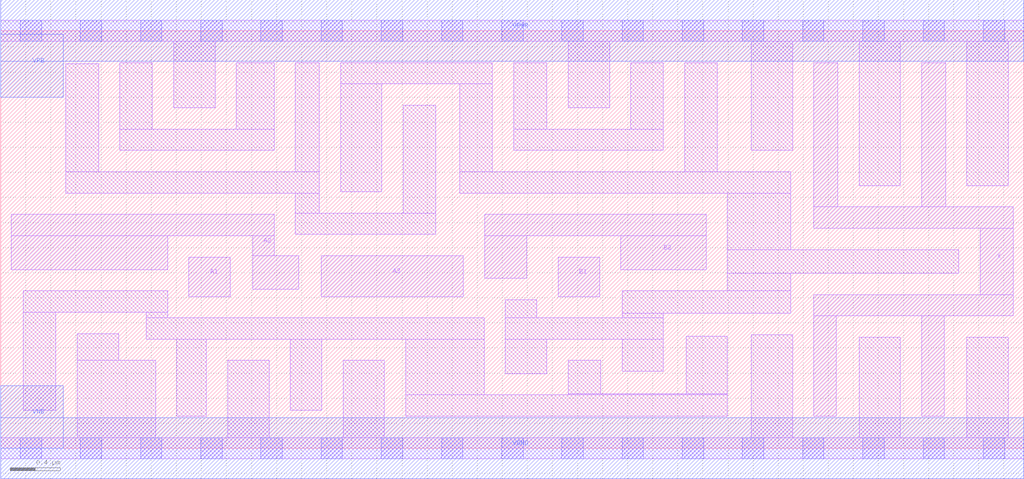
<source format=lef>
# Copyright 2020 The SkyWater PDK Authors
#
# Licensed under the Apache License, Version 2.0 (the "License");
# you may not use this file except in compliance with the License.
# You may obtain a copy of the License at
#
#     https://www.apache.org/licenses/LICENSE-2.0
#
# Unless required by applicable law or agreed to in writing, software
# distributed under the License is distributed on an "AS IS" BASIS,
# WITHOUT WARRANTIES OR CONDITIONS OF ANY KIND, either express or implied.
# See the License for the specific language governing permissions and
# limitations under the License.
#
# SPDX-License-Identifier: Apache-2.0

VERSION 5.5 ;
NAMESCASESENSITIVE ON ;
BUSBITCHARS "[]" ;
DIVIDERCHAR "/" ;
MACRO sky130_fd_sc_lp__o32a_4
  CLASS CORE ;
  SOURCE USER ;
  ORIGIN  0.000000  0.000000 ;
  SIZE  8.160000 BY  3.330000 ;
  SYMMETRY X Y R90 ;
  SITE unit ;
  PIN A1
    ANTENNAGATEAREA  0.630000 ;
    DIRECTION INPUT ;
    USE SIGNAL ;
    PORT
      LAYER li1 ;
        RECT 1.500000 1.210000 1.830000 1.525000 ;
    END
  END A1
  PIN A2
    ANTENNAGATEAREA  0.630000 ;
    DIRECTION INPUT ;
    USE SIGNAL ;
    PORT
      LAYER li1 ;
        RECT 0.085000 1.425000 1.330000 1.695000 ;
        RECT 0.085000 1.695000 2.180000 1.865000 ;
        RECT 2.010000 1.270000 2.375000 1.535000 ;
        RECT 2.010000 1.535000 2.180000 1.695000 ;
    END
  END A2
  PIN A3
    ANTENNAGATEAREA  0.630000 ;
    DIRECTION INPUT ;
    USE SIGNAL ;
    PORT
      LAYER li1 ;
        RECT 2.555000 1.210000 3.690000 1.535000 ;
    END
  END A3
  PIN B1
    ANTENNAGATEAREA  0.630000 ;
    DIRECTION INPUT ;
    USE SIGNAL ;
    PORT
      LAYER li1 ;
        RECT 4.445000 1.210000 4.775000 1.525000 ;
    END
  END B1
  PIN B2
    ANTENNAGATEAREA  0.630000 ;
    DIRECTION INPUT ;
    USE SIGNAL ;
    PORT
      LAYER li1 ;
        RECT 3.860000 1.355000 4.195000 1.695000 ;
        RECT 3.860000 1.695000 5.625000 1.865000 ;
        RECT 4.945000 1.425000 5.625000 1.695000 ;
    END
  END B2
  PIN X
    ANTENNADIFFAREA  1.176000 ;
    DIRECTION OUTPUT ;
    USE SIGNAL ;
    PORT
      LAYER li1 ;
        RECT 6.485000 0.255000 6.665000 1.055000 ;
        RECT 6.485000 1.055000 8.075000 1.225000 ;
        RECT 6.485000 1.755000 8.075000 1.925000 ;
        RECT 6.485000 1.925000 6.675000 3.075000 ;
        RECT 7.345000 0.255000 7.525000 1.055000 ;
        RECT 7.345000 1.925000 7.535000 3.075000 ;
        RECT 7.810000 1.225000 8.075000 1.755000 ;
    END
  END X
  PIN VGND
    DIRECTION INOUT ;
    USE GROUND ;
    PORT
      LAYER met1 ;
        RECT 0.000000 -0.245000 8.160000 0.245000 ;
    END
  END VGND
  PIN VNB
    DIRECTION INOUT ;
    USE GROUND ;
    PORT
      LAYER met1 ;
        RECT 0.000000 0.000000 0.500000 0.500000 ;
    END
  END VNB
  PIN VPB
    DIRECTION INOUT ;
    USE POWER ;
    PORT
      LAYER met1 ;
        RECT 0.000000 2.800000 0.500000 3.300000 ;
    END
  END VPB
  PIN VPWR
    DIRECTION INOUT ;
    USE POWER ;
    PORT
      LAYER met1 ;
        RECT 0.000000 3.085000 8.160000 3.575000 ;
    END
  END VPWR
  OBS
    LAYER li1 ;
      RECT 0.000000 -0.085000 8.160000 0.085000 ;
      RECT 0.000000  3.245000 8.160000 3.415000 ;
      RECT 0.180000  0.305000 0.440000 1.085000 ;
      RECT 0.180000  1.085000 1.330000 1.255000 ;
      RECT 0.520000  2.035000 2.540000 2.205000 ;
      RECT 0.520000  2.205000 0.780000 3.065000 ;
      RECT 0.610000  0.085000 1.235000 0.700000 ;
      RECT 0.610000  0.700000 0.940000 0.915000 ;
      RECT 0.950000  2.375000 2.180000 2.545000 ;
      RECT 0.950000  2.545000 1.210000 3.075000 ;
      RECT 1.160000  0.870000 3.855000 1.040000 ;
      RECT 1.160000  1.040000 1.330000 1.085000 ;
      RECT 1.380000  2.715000 1.710000 3.245000 ;
      RECT 1.405000  0.255000 1.640000 0.870000 ;
      RECT 1.810000  0.085000 2.140000 0.700000 ;
      RECT 1.880000  2.545000 2.180000 3.075000 ;
      RECT 2.310000  0.305000 2.560000 0.870000 ;
      RECT 2.350000  1.705000 3.470000 1.875000 ;
      RECT 2.350000  1.875000 2.540000 2.035000 ;
      RECT 2.350000  2.205000 2.540000 3.075000 ;
      RECT 2.710000  2.045000 3.040000 2.905000 ;
      RECT 2.710000  2.905000 3.920000 3.075000 ;
      RECT 2.730000  0.085000 3.060000 0.700000 ;
      RECT 3.210000  1.875000 3.470000 2.735000 ;
      RECT 3.230000  0.255000 5.795000 0.425000 ;
      RECT 3.230000  0.425000 3.855000 0.870000 ;
      RECT 3.660000  2.035000 6.300000 2.205000 ;
      RECT 3.660000  2.205000 3.920000 2.905000 ;
      RECT 4.025000  0.595000 4.355000 0.870000 ;
      RECT 4.025000  0.870000 5.285000 1.040000 ;
      RECT 4.025000  1.040000 4.275000 1.185000 ;
      RECT 4.090000  2.375000 5.285000 2.545000 ;
      RECT 4.090000  2.545000 4.355000 3.075000 ;
      RECT 4.525000  0.425000 5.795000 0.435000 ;
      RECT 4.525000  0.435000 4.785000 0.700000 ;
      RECT 4.525000  2.715000 4.855000 3.245000 ;
      RECT 4.955000  0.615000 5.285000 0.870000 ;
      RECT 4.955000  1.040000 5.285000 1.075000 ;
      RECT 4.955000  1.075000 6.300000 1.255000 ;
      RECT 5.025000  2.545000 5.285000 3.075000 ;
      RECT 5.455000  2.205000 5.715000 3.075000 ;
      RECT 5.465000  0.435000 5.795000 0.895000 ;
      RECT 5.795000  1.255000 6.300000 1.395000 ;
      RECT 5.795000  1.395000 7.640000 1.585000 ;
      RECT 5.795000  1.585000 6.300000 2.035000 ;
      RECT 5.985000  0.085000 6.315000 0.905000 ;
      RECT 5.985000  2.375000 6.315000 3.245000 ;
      RECT 6.845000  0.085000 7.175000 0.885000 ;
      RECT 6.845000  2.095000 7.175000 3.245000 ;
      RECT 7.705000  0.085000 8.035000 0.885000 ;
      RECT 7.705000  2.095000 8.035000 3.245000 ;
    LAYER mcon ;
      RECT 0.155000 -0.085000 0.325000 0.085000 ;
      RECT 0.155000  3.245000 0.325000 3.415000 ;
      RECT 0.635000 -0.085000 0.805000 0.085000 ;
      RECT 0.635000  3.245000 0.805000 3.415000 ;
      RECT 1.115000 -0.085000 1.285000 0.085000 ;
      RECT 1.115000  3.245000 1.285000 3.415000 ;
      RECT 1.595000 -0.085000 1.765000 0.085000 ;
      RECT 1.595000  3.245000 1.765000 3.415000 ;
      RECT 2.075000 -0.085000 2.245000 0.085000 ;
      RECT 2.075000  3.245000 2.245000 3.415000 ;
      RECT 2.555000 -0.085000 2.725000 0.085000 ;
      RECT 2.555000  3.245000 2.725000 3.415000 ;
      RECT 3.035000 -0.085000 3.205000 0.085000 ;
      RECT 3.035000  3.245000 3.205000 3.415000 ;
      RECT 3.515000 -0.085000 3.685000 0.085000 ;
      RECT 3.515000  3.245000 3.685000 3.415000 ;
      RECT 3.995000 -0.085000 4.165000 0.085000 ;
      RECT 3.995000  3.245000 4.165000 3.415000 ;
      RECT 4.475000 -0.085000 4.645000 0.085000 ;
      RECT 4.475000  3.245000 4.645000 3.415000 ;
      RECT 4.955000 -0.085000 5.125000 0.085000 ;
      RECT 4.955000  3.245000 5.125000 3.415000 ;
      RECT 5.435000 -0.085000 5.605000 0.085000 ;
      RECT 5.435000  3.245000 5.605000 3.415000 ;
      RECT 5.915000 -0.085000 6.085000 0.085000 ;
      RECT 5.915000  3.245000 6.085000 3.415000 ;
      RECT 6.395000 -0.085000 6.565000 0.085000 ;
      RECT 6.395000  3.245000 6.565000 3.415000 ;
      RECT 6.875000 -0.085000 7.045000 0.085000 ;
      RECT 6.875000  3.245000 7.045000 3.415000 ;
      RECT 7.355000 -0.085000 7.525000 0.085000 ;
      RECT 7.355000  3.245000 7.525000 3.415000 ;
      RECT 7.835000 -0.085000 8.005000 0.085000 ;
      RECT 7.835000  3.245000 8.005000 3.415000 ;
  END
END sky130_fd_sc_lp__o32a_4
END LIBRARY

</source>
